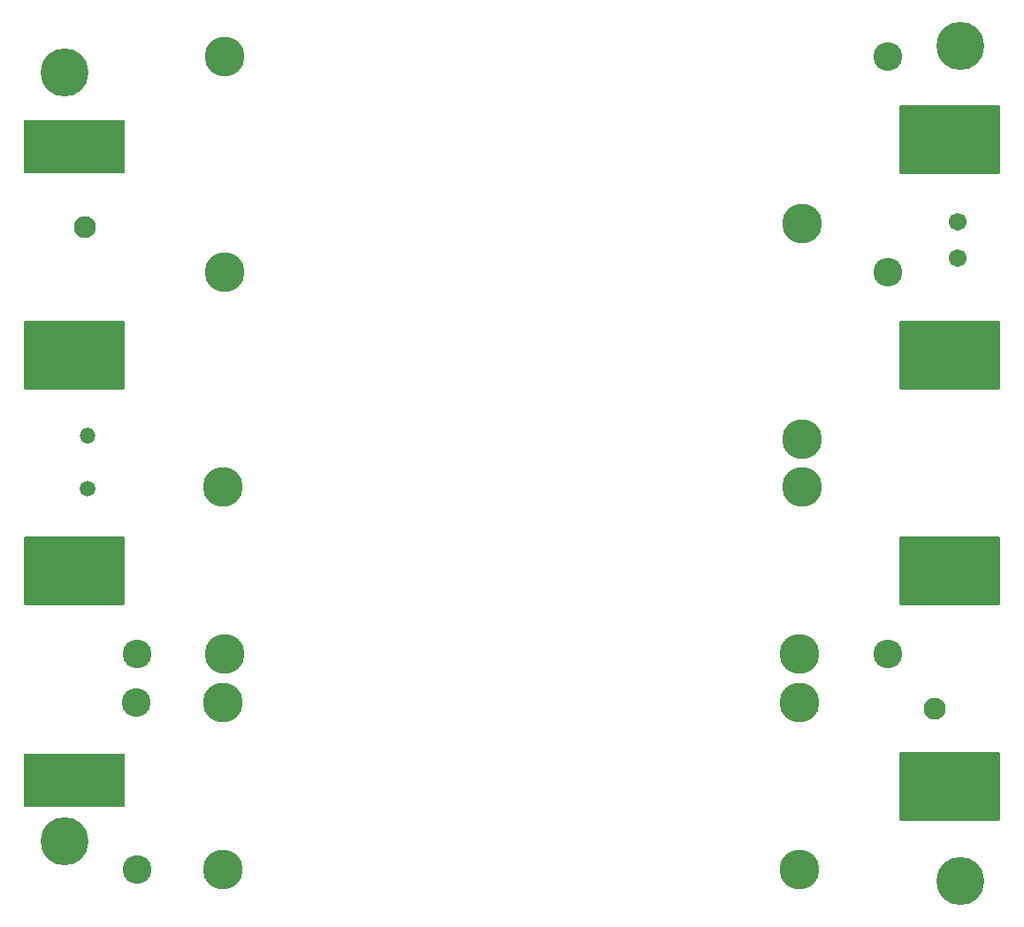
<source format=gbs>
%TF.GenerationSoftware,KiCad,Pcbnew,(6.0.5)*%
%TF.CreationDate,2022-07-09T20:35:50-07:00*%
%TF.ProjectId,batteryboard,62617474-6572-4796-926f-6172642e6b69,1.C*%
%TF.SameCoordinates,Original*%
%TF.FileFunction,Soldermask,Bot*%
%TF.FilePolarity,Negative*%
%FSLAX46Y46*%
G04 Gerber Fmt 4.6, Leading zero omitted, Abs format (unit mm)*
G04 Created by KiCad (PCBNEW (6.0.5)) date 2022-07-09 20:35:50*
%MOMM*%
%LPD*%
G01*
G04 APERTURE LIST*
G04 Aperture macros list*
%AMRoundRect*
0 Rectangle with rounded corners*
0 $1 Rounding radius*
0 $2 $3 $4 $5 $6 $7 $8 $9 X,Y pos of 4 corners*
0 Add a 4 corners polygon primitive as box body*
4,1,4,$2,$3,$4,$5,$6,$7,$8,$9,$2,$3,0*
0 Add four circle primitives for the rounded corners*
1,1,$1+$1,$2,$3*
1,1,$1+$1,$4,$5*
1,1,$1+$1,$6,$7*
1,1,$1+$1,$8,$9*
0 Add four rect primitives between the rounded corners*
20,1,$1+$1,$2,$3,$4,$5,0*
20,1,$1+$1,$4,$5,$6,$7,0*
20,1,$1+$1,$6,$7,$8,$9,0*
20,1,$1+$1,$8,$9,$2,$3,0*%
G04 Aperture macros list end*
%ADD10C,3.810000*%
%ADD11C,2.743200*%
%ADD12C,2.101600*%
%ADD13C,4.601600*%
%ADD14C,1.701800*%
%ADD15C,1.501600*%
%ADD16O,1.501600X1.501600*%
%ADD17RoundRect,0.050800X-4.733800X-3.238500X4.733800X-3.238500X4.733800X3.238500X-4.733800X3.238500X0*%
%ADD18RoundRect,0.050800X4.733800X3.238500X-4.733800X3.238500X-4.733800X-3.238500X4.733800X-3.238500X0*%
%ADD19RoundRect,0.050800X4.733800X2.500000X-4.733800X2.500000X-4.733800X-2.500000X4.733800X-2.500000X0*%
%ADD20RoundRect,0.050800X-4.733800X-2.500000X4.733800X-2.500000X4.733800X2.500000X-4.733800X2.500000X0*%
G04 APERTURE END LIST*
D10*
X73393300Y-137845800D03*
X128638300Y-121843800D03*
D11*
X65163700Y-121843800D03*
D10*
X73621900Y-117195600D03*
D11*
X137096500Y-117195600D03*
D10*
X128866900Y-101193600D03*
D12*
X141592300Y-122389900D03*
X60185300Y-76288900D03*
D13*
X144010300Y-138899900D03*
X58280300Y-61429900D03*
X58280300Y-135089900D03*
X144010300Y-58889900D03*
D14*
X143764000Y-79248001D03*
X143764000Y-75747998D03*
D15*
X60439300Y-101307900D03*
D16*
X60439300Y-96227900D03*
D11*
X137071100Y-80568800D03*
D10*
X73596500Y-80568800D03*
X128841500Y-96570800D03*
D17*
X59207400Y-88569800D03*
X143027400Y-88569800D03*
D11*
X65189100Y-137845800D03*
D10*
X128663700Y-137845800D03*
X73418700Y-121843800D03*
D18*
X143052800Y-129844800D03*
D19*
X59232800Y-129244800D03*
D10*
X73418700Y-101193600D03*
D11*
X65189100Y-117195600D03*
D10*
X128663700Y-117195600D03*
D18*
X143052800Y-109194600D03*
X59232800Y-109194600D03*
D10*
X73596500Y-59918600D03*
X128841500Y-75920600D03*
D11*
X137071100Y-59918600D03*
D20*
X59207400Y-68519600D03*
D17*
X143027400Y-67919600D03*
M02*

</source>
